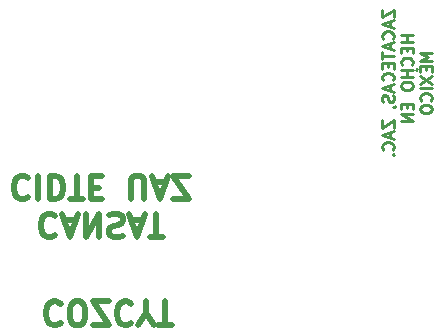
<source format=gbr>
%TF.GenerationSoftware,KiCad,Pcbnew,8.0.4*%
%TF.CreationDate,2024-08-09T17:27:33-06:00*%
%TF.ProjectId,radio,72616469-6f2e-46b6-9963-61645f706362,rev?*%
%TF.SameCoordinates,Original*%
%TF.FileFunction,Legend,Bot*%
%TF.FilePolarity,Positive*%
%FSLAX46Y46*%
G04 Gerber Fmt 4.6, Leading zero omitted, Abs format (unit mm)*
G04 Created by KiCad (PCBNEW 8.0.4) date 2024-08-09 17:27:33*
%MOMM*%
%LPD*%
G01*
G04 APERTURE LIST*
%ADD10C,0.500000*%
%ADD11C,0.250000*%
G04 APERTURE END LIST*
D10*
X136324971Y-126946893D02*
X136229733Y-126851655D01*
X136229733Y-126851655D02*
X135944019Y-126756416D01*
X135944019Y-126756416D02*
X135753543Y-126756416D01*
X135753543Y-126756416D02*
X135467828Y-126851655D01*
X135467828Y-126851655D02*
X135277352Y-127042131D01*
X135277352Y-127042131D02*
X135182114Y-127232607D01*
X135182114Y-127232607D02*
X135086876Y-127613559D01*
X135086876Y-127613559D02*
X135086876Y-127899274D01*
X135086876Y-127899274D02*
X135182114Y-128280226D01*
X135182114Y-128280226D02*
X135277352Y-128470702D01*
X135277352Y-128470702D02*
X135467828Y-128661178D01*
X135467828Y-128661178D02*
X135753543Y-128756416D01*
X135753543Y-128756416D02*
X135944019Y-128756416D01*
X135944019Y-128756416D02*
X136229733Y-128661178D01*
X136229733Y-128661178D02*
X136324971Y-128565940D01*
X137563066Y-128756416D02*
X137944019Y-128756416D01*
X137944019Y-128756416D02*
X138134495Y-128661178D01*
X138134495Y-128661178D02*
X138324971Y-128470702D01*
X138324971Y-128470702D02*
X138420209Y-128089750D01*
X138420209Y-128089750D02*
X138420209Y-127423083D01*
X138420209Y-127423083D02*
X138324971Y-127042131D01*
X138324971Y-127042131D02*
X138134495Y-126851655D01*
X138134495Y-126851655D02*
X137944019Y-126756416D01*
X137944019Y-126756416D02*
X137563066Y-126756416D01*
X137563066Y-126756416D02*
X137372590Y-126851655D01*
X137372590Y-126851655D02*
X137182114Y-127042131D01*
X137182114Y-127042131D02*
X137086876Y-127423083D01*
X137086876Y-127423083D02*
X137086876Y-128089750D01*
X137086876Y-128089750D02*
X137182114Y-128470702D01*
X137182114Y-128470702D02*
X137372590Y-128661178D01*
X137372590Y-128661178D02*
X137563066Y-128756416D01*
X139086876Y-128756416D02*
X140420209Y-128756416D01*
X140420209Y-128756416D02*
X139086876Y-126756416D01*
X139086876Y-126756416D02*
X140420209Y-126756416D01*
X142324971Y-126946893D02*
X142229733Y-126851655D01*
X142229733Y-126851655D02*
X141944019Y-126756416D01*
X141944019Y-126756416D02*
X141753543Y-126756416D01*
X141753543Y-126756416D02*
X141467828Y-126851655D01*
X141467828Y-126851655D02*
X141277352Y-127042131D01*
X141277352Y-127042131D02*
X141182114Y-127232607D01*
X141182114Y-127232607D02*
X141086876Y-127613559D01*
X141086876Y-127613559D02*
X141086876Y-127899274D01*
X141086876Y-127899274D02*
X141182114Y-128280226D01*
X141182114Y-128280226D02*
X141277352Y-128470702D01*
X141277352Y-128470702D02*
X141467828Y-128661178D01*
X141467828Y-128661178D02*
X141753543Y-128756416D01*
X141753543Y-128756416D02*
X141944019Y-128756416D01*
X141944019Y-128756416D02*
X142229733Y-128661178D01*
X142229733Y-128661178D02*
X142324971Y-128565940D01*
X143563066Y-127708797D02*
X143563066Y-126756416D01*
X142896400Y-128756416D02*
X143563066Y-127708797D01*
X143563066Y-127708797D02*
X144229733Y-128756416D01*
X144610686Y-128756416D02*
X145753543Y-128756416D01*
X145182114Y-126756416D02*
X145182114Y-128756416D01*
D11*
X163541652Y-102045179D02*
X163541652Y-102711845D01*
X163541652Y-102711845D02*
X164541652Y-102045179D01*
X164541652Y-102045179D02*
X164541652Y-102711845D01*
X164255937Y-103045179D02*
X164255937Y-103521369D01*
X164541652Y-102949941D02*
X163541652Y-103283274D01*
X163541652Y-103283274D02*
X164541652Y-103616607D01*
X164446413Y-104521369D02*
X164494033Y-104473750D01*
X164494033Y-104473750D02*
X164541652Y-104330893D01*
X164541652Y-104330893D02*
X164541652Y-104235655D01*
X164541652Y-104235655D02*
X164494033Y-104092798D01*
X164494033Y-104092798D02*
X164398794Y-103997560D01*
X164398794Y-103997560D02*
X164303556Y-103949941D01*
X164303556Y-103949941D02*
X164113080Y-103902322D01*
X164113080Y-103902322D02*
X163970223Y-103902322D01*
X163970223Y-103902322D02*
X163779747Y-103949941D01*
X163779747Y-103949941D02*
X163684509Y-103997560D01*
X163684509Y-103997560D02*
X163589271Y-104092798D01*
X163589271Y-104092798D02*
X163541652Y-104235655D01*
X163541652Y-104235655D02*
X163541652Y-104330893D01*
X163541652Y-104330893D02*
X163589271Y-104473750D01*
X163589271Y-104473750D02*
X163636890Y-104521369D01*
X164255937Y-104902322D02*
X164255937Y-105378512D01*
X164541652Y-104807084D02*
X163541652Y-105140417D01*
X163541652Y-105140417D02*
X164541652Y-105473750D01*
X163541652Y-105664227D02*
X163541652Y-106235655D01*
X164541652Y-105949941D02*
X163541652Y-105949941D01*
X164017842Y-106568989D02*
X164017842Y-106902322D01*
X164541652Y-107045179D02*
X164541652Y-106568989D01*
X164541652Y-106568989D02*
X163541652Y-106568989D01*
X163541652Y-106568989D02*
X163541652Y-107045179D01*
X164446413Y-108045179D02*
X164494033Y-107997560D01*
X164494033Y-107997560D02*
X164541652Y-107854703D01*
X164541652Y-107854703D02*
X164541652Y-107759465D01*
X164541652Y-107759465D02*
X164494033Y-107616608D01*
X164494033Y-107616608D02*
X164398794Y-107521370D01*
X164398794Y-107521370D02*
X164303556Y-107473751D01*
X164303556Y-107473751D02*
X164113080Y-107426132D01*
X164113080Y-107426132D02*
X163970223Y-107426132D01*
X163970223Y-107426132D02*
X163779747Y-107473751D01*
X163779747Y-107473751D02*
X163684509Y-107521370D01*
X163684509Y-107521370D02*
X163589271Y-107616608D01*
X163589271Y-107616608D02*
X163541652Y-107759465D01*
X163541652Y-107759465D02*
X163541652Y-107854703D01*
X163541652Y-107854703D02*
X163589271Y-107997560D01*
X163589271Y-107997560D02*
X163636890Y-108045179D01*
X164255937Y-108426132D02*
X164255937Y-108902322D01*
X164541652Y-108330894D02*
X163541652Y-108664227D01*
X163541652Y-108664227D02*
X164541652Y-108997560D01*
X164494033Y-109283275D02*
X164541652Y-109426132D01*
X164541652Y-109426132D02*
X164541652Y-109664227D01*
X164541652Y-109664227D02*
X164494033Y-109759465D01*
X164494033Y-109759465D02*
X164446413Y-109807084D01*
X164446413Y-109807084D02*
X164351175Y-109854703D01*
X164351175Y-109854703D02*
X164255937Y-109854703D01*
X164255937Y-109854703D02*
X164160699Y-109807084D01*
X164160699Y-109807084D02*
X164113080Y-109759465D01*
X164113080Y-109759465D02*
X164065461Y-109664227D01*
X164065461Y-109664227D02*
X164017842Y-109473751D01*
X164017842Y-109473751D02*
X163970223Y-109378513D01*
X163970223Y-109378513D02*
X163922604Y-109330894D01*
X163922604Y-109330894D02*
X163827366Y-109283275D01*
X163827366Y-109283275D02*
X163732128Y-109283275D01*
X163732128Y-109283275D02*
X163636890Y-109330894D01*
X163636890Y-109330894D02*
X163589271Y-109378513D01*
X163589271Y-109378513D02*
X163541652Y-109473751D01*
X163541652Y-109473751D02*
X163541652Y-109711846D01*
X163541652Y-109711846D02*
X163589271Y-109854703D01*
X164494033Y-110330894D02*
X164541652Y-110330894D01*
X164541652Y-110330894D02*
X164636890Y-110283275D01*
X164636890Y-110283275D02*
X164684509Y-110235656D01*
X163541652Y-111426132D02*
X163541652Y-112092798D01*
X163541652Y-112092798D02*
X164541652Y-111426132D01*
X164541652Y-111426132D02*
X164541652Y-112092798D01*
X164255937Y-112426132D02*
X164255937Y-112902322D01*
X164541652Y-112330894D02*
X163541652Y-112664227D01*
X163541652Y-112664227D02*
X164541652Y-112997560D01*
X164446413Y-113902322D02*
X164494033Y-113854703D01*
X164494033Y-113854703D02*
X164541652Y-113711846D01*
X164541652Y-113711846D02*
X164541652Y-113616608D01*
X164541652Y-113616608D02*
X164494033Y-113473751D01*
X164494033Y-113473751D02*
X164398794Y-113378513D01*
X164398794Y-113378513D02*
X164303556Y-113330894D01*
X164303556Y-113330894D02*
X164113080Y-113283275D01*
X164113080Y-113283275D02*
X163970223Y-113283275D01*
X163970223Y-113283275D02*
X163779747Y-113330894D01*
X163779747Y-113330894D02*
X163684509Y-113378513D01*
X163684509Y-113378513D02*
X163589271Y-113473751D01*
X163589271Y-113473751D02*
X163541652Y-113616608D01*
X163541652Y-113616608D02*
X163541652Y-113711846D01*
X163541652Y-113711846D02*
X163589271Y-113854703D01*
X163589271Y-113854703D02*
X163636890Y-113902322D01*
X164446413Y-114330894D02*
X164494033Y-114378513D01*
X164494033Y-114378513D02*
X164541652Y-114330894D01*
X164541652Y-114330894D02*
X164494033Y-114283275D01*
X164494033Y-114283275D02*
X164446413Y-114330894D01*
X164446413Y-114330894D02*
X164541652Y-114330894D01*
X166151596Y-104211845D02*
X165151596Y-104211845D01*
X165627786Y-104211845D02*
X165627786Y-104783273D01*
X166151596Y-104783273D02*
X165151596Y-104783273D01*
X165627786Y-105259464D02*
X165627786Y-105592797D01*
X166151596Y-105735654D02*
X166151596Y-105259464D01*
X166151596Y-105259464D02*
X165151596Y-105259464D01*
X165151596Y-105259464D02*
X165151596Y-105735654D01*
X166056357Y-106735654D02*
X166103977Y-106688035D01*
X166103977Y-106688035D02*
X166151596Y-106545178D01*
X166151596Y-106545178D02*
X166151596Y-106449940D01*
X166151596Y-106449940D02*
X166103977Y-106307083D01*
X166103977Y-106307083D02*
X166008738Y-106211845D01*
X166008738Y-106211845D02*
X165913500Y-106164226D01*
X165913500Y-106164226D02*
X165723024Y-106116607D01*
X165723024Y-106116607D02*
X165580167Y-106116607D01*
X165580167Y-106116607D02*
X165389691Y-106164226D01*
X165389691Y-106164226D02*
X165294453Y-106211845D01*
X165294453Y-106211845D02*
X165199215Y-106307083D01*
X165199215Y-106307083D02*
X165151596Y-106449940D01*
X165151596Y-106449940D02*
X165151596Y-106545178D01*
X165151596Y-106545178D02*
X165199215Y-106688035D01*
X165199215Y-106688035D02*
X165246834Y-106735654D01*
X166151596Y-107164226D02*
X165151596Y-107164226D01*
X165627786Y-107164226D02*
X165627786Y-107735654D01*
X166151596Y-107735654D02*
X165151596Y-107735654D01*
X165151596Y-108402321D02*
X165151596Y-108592797D01*
X165151596Y-108592797D02*
X165199215Y-108688035D01*
X165199215Y-108688035D02*
X165294453Y-108783273D01*
X165294453Y-108783273D02*
X165484929Y-108830892D01*
X165484929Y-108830892D02*
X165818262Y-108830892D01*
X165818262Y-108830892D02*
X166008738Y-108783273D01*
X166008738Y-108783273D02*
X166103977Y-108688035D01*
X166103977Y-108688035D02*
X166151596Y-108592797D01*
X166151596Y-108592797D02*
X166151596Y-108402321D01*
X166151596Y-108402321D02*
X166103977Y-108307083D01*
X166103977Y-108307083D02*
X166008738Y-108211845D01*
X166008738Y-108211845D02*
X165818262Y-108164226D01*
X165818262Y-108164226D02*
X165484929Y-108164226D01*
X165484929Y-108164226D02*
X165294453Y-108211845D01*
X165294453Y-108211845D02*
X165199215Y-108307083D01*
X165199215Y-108307083D02*
X165151596Y-108402321D01*
X165627786Y-110021369D02*
X165627786Y-110354702D01*
X166151596Y-110497559D02*
X166151596Y-110021369D01*
X166151596Y-110021369D02*
X165151596Y-110021369D01*
X165151596Y-110021369D02*
X165151596Y-110497559D01*
X166151596Y-110926131D02*
X165151596Y-110926131D01*
X165151596Y-110926131D02*
X166151596Y-111497559D01*
X166151596Y-111497559D02*
X165151596Y-111497559D01*
X167761540Y-105711846D02*
X166761540Y-105711846D01*
X166761540Y-105711846D02*
X167475825Y-106045179D01*
X167475825Y-106045179D02*
X166761540Y-106378512D01*
X166761540Y-106378512D02*
X167761540Y-106378512D01*
X167237730Y-106854703D02*
X167237730Y-107188036D01*
X167761540Y-107330893D02*
X167761540Y-106854703D01*
X167761540Y-106854703D02*
X166761540Y-106854703D01*
X166761540Y-106854703D02*
X166761540Y-107330893D01*
X166380587Y-107188036D02*
X166523444Y-107045179D01*
X166761540Y-107664227D02*
X167761540Y-108330893D01*
X166761540Y-108330893D02*
X167761540Y-107664227D01*
X167761540Y-108711846D02*
X166761540Y-108711846D01*
X167666301Y-109759464D02*
X167713921Y-109711845D01*
X167713921Y-109711845D02*
X167761540Y-109568988D01*
X167761540Y-109568988D02*
X167761540Y-109473750D01*
X167761540Y-109473750D02*
X167713921Y-109330893D01*
X167713921Y-109330893D02*
X167618682Y-109235655D01*
X167618682Y-109235655D02*
X167523444Y-109188036D01*
X167523444Y-109188036D02*
X167332968Y-109140417D01*
X167332968Y-109140417D02*
X167190111Y-109140417D01*
X167190111Y-109140417D02*
X166999635Y-109188036D01*
X166999635Y-109188036D02*
X166904397Y-109235655D01*
X166904397Y-109235655D02*
X166809159Y-109330893D01*
X166809159Y-109330893D02*
X166761540Y-109473750D01*
X166761540Y-109473750D02*
X166761540Y-109568988D01*
X166761540Y-109568988D02*
X166809159Y-109711845D01*
X166809159Y-109711845D02*
X166856778Y-109759464D01*
X166761540Y-110378512D02*
X166761540Y-110568988D01*
X166761540Y-110568988D02*
X166809159Y-110664226D01*
X166809159Y-110664226D02*
X166904397Y-110759464D01*
X166904397Y-110759464D02*
X167094873Y-110807083D01*
X167094873Y-110807083D02*
X167428206Y-110807083D01*
X167428206Y-110807083D02*
X167618682Y-110759464D01*
X167618682Y-110759464D02*
X167713921Y-110664226D01*
X167713921Y-110664226D02*
X167761540Y-110568988D01*
X167761540Y-110568988D02*
X167761540Y-110378512D01*
X167761540Y-110378512D02*
X167713921Y-110283274D01*
X167713921Y-110283274D02*
X167618682Y-110188036D01*
X167618682Y-110188036D02*
X167428206Y-110140417D01*
X167428206Y-110140417D02*
X167094873Y-110140417D01*
X167094873Y-110140417D02*
X166904397Y-110188036D01*
X166904397Y-110188036D02*
X166809159Y-110283274D01*
X166809159Y-110283274D02*
X166761540Y-110378512D01*
D10*
X135869833Y-119511837D02*
X135774595Y-119416599D01*
X135774595Y-119416599D02*
X135488881Y-119321360D01*
X135488881Y-119321360D02*
X135298405Y-119321360D01*
X135298405Y-119321360D02*
X135012690Y-119416599D01*
X135012690Y-119416599D02*
X134822214Y-119607075D01*
X134822214Y-119607075D02*
X134726976Y-119797551D01*
X134726976Y-119797551D02*
X134631738Y-120178503D01*
X134631738Y-120178503D02*
X134631738Y-120464218D01*
X134631738Y-120464218D02*
X134726976Y-120845170D01*
X134726976Y-120845170D02*
X134822214Y-121035646D01*
X134822214Y-121035646D02*
X135012690Y-121226122D01*
X135012690Y-121226122D02*
X135298405Y-121321360D01*
X135298405Y-121321360D02*
X135488881Y-121321360D01*
X135488881Y-121321360D02*
X135774595Y-121226122D01*
X135774595Y-121226122D02*
X135869833Y-121130884D01*
X136631738Y-119892789D02*
X137584119Y-119892789D01*
X136441262Y-119321360D02*
X137107928Y-121321360D01*
X137107928Y-121321360D02*
X137774595Y-119321360D01*
X138441262Y-119321360D02*
X138441262Y-121321360D01*
X138441262Y-121321360D02*
X139584119Y-119321360D01*
X139584119Y-119321360D02*
X139584119Y-121321360D01*
X140441262Y-119416599D02*
X140726976Y-119321360D01*
X140726976Y-119321360D02*
X141203167Y-119321360D01*
X141203167Y-119321360D02*
X141393643Y-119416599D01*
X141393643Y-119416599D02*
X141488881Y-119511837D01*
X141488881Y-119511837D02*
X141584119Y-119702313D01*
X141584119Y-119702313D02*
X141584119Y-119892789D01*
X141584119Y-119892789D02*
X141488881Y-120083265D01*
X141488881Y-120083265D02*
X141393643Y-120178503D01*
X141393643Y-120178503D02*
X141203167Y-120273741D01*
X141203167Y-120273741D02*
X140822214Y-120368979D01*
X140822214Y-120368979D02*
X140631738Y-120464218D01*
X140631738Y-120464218D02*
X140536500Y-120559456D01*
X140536500Y-120559456D02*
X140441262Y-120749932D01*
X140441262Y-120749932D02*
X140441262Y-120940408D01*
X140441262Y-120940408D02*
X140536500Y-121130884D01*
X140536500Y-121130884D02*
X140631738Y-121226122D01*
X140631738Y-121226122D02*
X140822214Y-121321360D01*
X140822214Y-121321360D02*
X141298405Y-121321360D01*
X141298405Y-121321360D02*
X141584119Y-121226122D01*
X142346024Y-119892789D02*
X143298405Y-119892789D01*
X142155548Y-119321360D02*
X142822214Y-121321360D01*
X142822214Y-121321360D02*
X143488881Y-119321360D01*
X143869834Y-121321360D02*
X145012691Y-121321360D01*
X144441262Y-119321360D02*
X144441262Y-121321360D01*
X133584119Y-116291949D02*
X133488881Y-116196711D01*
X133488881Y-116196711D02*
X133203167Y-116101472D01*
X133203167Y-116101472D02*
X133012691Y-116101472D01*
X133012691Y-116101472D02*
X132726976Y-116196711D01*
X132726976Y-116196711D02*
X132536500Y-116387187D01*
X132536500Y-116387187D02*
X132441262Y-116577663D01*
X132441262Y-116577663D02*
X132346024Y-116958615D01*
X132346024Y-116958615D02*
X132346024Y-117244330D01*
X132346024Y-117244330D02*
X132441262Y-117625282D01*
X132441262Y-117625282D02*
X132536500Y-117815758D01*
X132536500Y-117815758D02*
X132726976Y-118006234D01*
X132726976Y-118006234D02*
X133012691Y-118101472D01*
X133012691Y-118101472D02*
X133203167Y-118101472D01*
X133203167Y-118101472D02*
X133488881Y-118006234D01*
X133488881Y-118006234D02*
X133584119Y-117910996D01*
X134441262Y-116101472D02*
X134441262Y-118101472D01*
X135393643Y-116101472D02*
X135393643Y-118101472D01*
X135393643Y-118101472D02*
X135869833Y-118101472D01*
X135869833Y-118101472D02*
X136155548Y-118006234D01*
X136155548Y-118006234D02*
X136346024Y-117815758D01*
X136346024Y-117815758D02*
X136441262Y-117625282D01*
X136441262Y-117625282D02*
X136536500Y-117244330D01*
X136536500Y-117244330D02*
X136536500Y-116958615D01*
X136536500Y-116958615D02*
X136441262Y-116577663D01*
X136441262Y-116577663D02*
X136346024Y-116387187D01*
X136346024Y-116387187D02*
X136155548Y-116196711D01*
X136155548Y-116196711D02*
X135869833Y-116101472D01*
X135869833Y-116101472D02*
X135393643Y-116101472D01*
X137107929Y-118101472D02*
X138250786Y-118101472D01*
X137679357Y-116101472D02*
X137679357Y-118101472D01*
X138917453Y-117149091D02*
X139584120Y-117149091D01*
X139869834Y-116101472D02*
X138917453Y-116101472D01*
X138917453Y-116101472D02*
X138917453Y-118101472D01*
X138917453Y-118101472D02*
X139869834Y-118101472D01*
X142250787Y-118101472D02*
X142250787Y-116482425D01*
X142250787Y-116482425D02*
X142346025Y-116291949D01*
X142346025Y-116291949D02*
X142441263Y-116196711D01*
X142441263Y-116196711D02*
X142631739Y-116101472D01*
X142631739Y-116101472D02*
X143012692Y-116101472D01*
X143012692Y-116101472D02*
X143203168Y-116196711D01*
X143203168Y-116196711D02*
X143298406Y-116291949D01*
X143298406Y-116291949D02*
X143393644Y-116482425D01*
X143393644Y-116482425D02*
X143393644Y-118101472D01*
X144250787Y-116672901D02*
X145203168Y-116672901D01*
X144060311Y-116101472D02*
X144726977Y-118101472D01*
X144726977Y-118101472D02*
X145393644Y-116101472D01*
X145869835Y-118101472D02*
X147203168Y-118101472D01*
X147203168Y-118101472D02*
X145869835Y-116101472D01*
X145869835Y-116101472D02*
X147203168Y-116101472D01*
M02*

</source>
